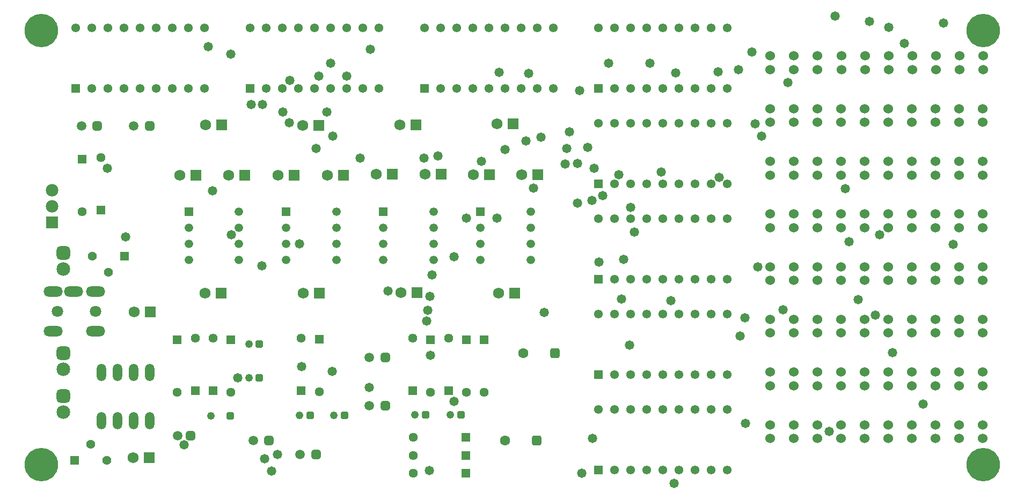
<source format=gbr>
%TF.GenerationSoftware,Altium Limited,Altium Designer,23.3.1 (30)*%
G04 Layer_Color=16711935*
%FSLAX26Y26*%
%MOIN*%
%TF.SameCoordinates,C47A0882-6911-4C93-B89A-A613C280F5D7*%
%TF.FilePolarity,Negative*%
%TF.FileFunction,Soldermask,Bot*%
%TF.Part,Single*%
G01*
G75*
%TA.AperFunction,ComponentPad*%
%ADD52C,0.060000*%
%TA.AperFunction,ViaPad*%
%ADD53C,0.208000*%
%TA.AperFunction,ComponentPad*%
%ADD54C,0.056740*%
%ADD55R,0.056740X0.056740*%
%ADD56R,0.056740X0.056740*%
%ADD57R,0.068236X0.068236*%
%ADD58C,0.068236*%
%ADD59C,0.059181*%
G04:AMPARAMS|DCode=60|XSize=59.181mil|YSize=59.181mil|CornerRadius=16.795mil|HoleSize=0mil|Usage=FLASHONLY|Rotation=0.000|XOffset=0mil|YOffset=0mil|HoleType=Round|Shape=RoundedRectangle|*
%AMROUNDEDRECTD60*
21,1,0.059181,0.025591,0,0,0.0*
21,1,0.025591,0.059181,0,0,0.0*
1,1,0.033590,0.012795,-0.012795*
1,1,0.033590,-0.012795,-0.012795*
1,1,0.033590,-0.012795,0.012795*
1,1,0.033590,0.012795,0.012795*
%
%ADD60ROUNDEDRECTD60*%
%ADD61C,0.048000*%
G04:AMPARAMS|DCode=62|XSize=48mil|YSize=48mil|CornerRadius=14mil|HoleSize=0mil|Usage=FLASHONLY|Rotation=0.000|XOffset=0mil|YOffset=0mil|HoleType=Round|Shape=RoundedRectangle|*
%AMROUNDEDRECTD62*
21,1,0.048000,0.020000,0,0,0.0*
21,1,0.020000,0.048000,0,0,0.0*
1,1,0.028000,0.010000,-0.010000*
1,1,0.028000,-0.010000,-0.010000*
1,1,0.028000,-0.010000,0.010000*
1,1,0.028000,0.010000,0.010000*
%
%ADD62ROUNDEDRECTD62*%
%ADD63C,0.063118*%
G04:AMPARAMS|DCode=64|XSize=63.118mil|YSize=63.118mil|CornerRadius=17.779mil|HoleSize=0mil|Usage=FLASHONLY|Rotation=0.000|XOffset=0mil|YOffset=0mil|HoleType=Round|Shape=RoundedRectangle|*
%AMROUNDEDRECTD64*
21,1,0.063118,0.027559,0,0,0.0*
21,1,0.027559,0.063118,0,0,0.0*
1,1,0.035559,0.013780,-0.013780*
1,1,0.035559,-0.013780,-0.013780*
1,1,0.035559,-0.013780,0.013780*
1,1,0.035559,0.013780,0.013780*
%
%ADD64ROUNDEDRECTD64*%
%ADD65R,0.052488X0.052488*%
%ADD66C,0.052488*%
%ADD67C,0.054457*%
%ADD68R,0.054457X0.054457*%
%ADD69R,0.078000X0.078000*%
%ADD70C,0.078000*%
G04:AMPARAMS|DCode=71|XSize=84.772mil|YSize=84.772mil|CornerRadius=23.193mil|HoleSize=0mil|Usage=FLASHONLY|Rotation=270.000|XOffset=0mil|YOffset=0mil|HoleType=Round|Shape=RoundedRectangle|*
%AMROUNDEDRECTD71*
21,1,0.084772,0.038386,0,0,270.0*
21,1,0.038386,0.084772,0,0,270.0*
1,1,0.046386,-0.019193,-0.019193*
1,1,0.046386,-0.019193,0.019193*
1,1,0.046386,0.019193,0.019193*
1,1,0.046386,0.019193,-0.019193*
%
%ADD71ROUNDEDRECTD71*%
%ADD72C,0.084772*%
%ADD73R,0.056110X0.056110*%
%ADD74C,0.056110*%
%ADD75O,0.058000X0.108000*%
%ADD76O,0.120000X0.064000*%
%ADD77C,0.070992*%
%TA.AperFunction,ViaPad*%
%ADD78C,0.058000*%
D52*
X5852110Y1952490D02*
D03*
Y2037490D02*
D03*
X5999000Y1952490D02*
D03*
Y2037490D02*
D03*
X5558332Y2280244D02*
D03*
Y2365244D02*
D03*
X5411444Y2280244D02*
D03*
Y2365244D02*
D03*
X5705222Y2280244D02*
D03*
Y2365244D02*
D03*
X5264556Y1952490D02*
D03*
Y2037490D02*
D03*
X5999000Y2280244D02*
D03*
Y2365244D02*
D03*
X5852110Y2280244D02*
D03*
Y2365244D02*
D03*
X5558332Y1952490D02*
D03*
Y2037490D02*
D03*
X5411444Y1952490D02*
D03*
Y2037490D02*
D03*
X5705222Y1952490D02*
D03*
Y2037490D02*
D03*
X5264556Y2280244D02*
D03*
Y2365244D02*
D03*
X5558332Y1296976D02*
D03*
Y1381976D02*
D03*
X5705222Y1296976D02*
D03*
Y1381976D02*
D03*
X5852110Y1296976D02*
D03*
Y1381976D02*
D03*
X5999000Y1296976D02*
D03*
Y1381976D02*
D03*
X5411444Y1296976D02*
D03*
Y1381976D02*
D03*
X5852110Y1624732D02*
D03*
Y1709732D02*
D03*
X5999000Y1624732D02*
D03*
Y1709732D02*
D03*
X5264556Y1624732D02*
D03*
Y1709732D02*
D03*
X5411444Y1624732D02*
D03*
Y1709732D02*
D03*
X5705222Y1624732D02*
D03*
Y1709732D02*
D03*
X5558332Y1624732D02*
D03*
Y1709732D02*
D03*
X5411444Y313712D02*
D03*
Y398712D02*
D03*
X4679000Y2693000D02*
D03*
Y2608000D02*
D03*
X5413444Y2693000D02*
D03*
Y2608000D02*
D03*
X5264556Y1296976D02*
D03*
Y1381976D02*
D03*
X5266556Y2693000D02*
D03*
Y2608000D02*
D03*
X4972778Y2693000D02*
D03*
Y2608000D02*
D03*
X5119666Y2693000D02*
D03*
Y2608000D02*
D03*
X5264556Y641466D02*
D03*
Y726466D02*
D03*
X4823888Y2280244D02*
D03*
Y2365244D02*
D03*
X4970778Y2280244D02*
D03*
Y2365244D02*
D03*
X5117666Y2280244D02*
D03*
Y2365244D02*
D03*
X4825888Y2693000D02*
D03*
Y2608000D02*
D03*
X5854110Y2693000D02*
D03*
Y2608000D02*
D03*
X5707222Y2693000D02*
D03*
Y2608000D02*
D03*
X5560332Y2693000D02*
D03*
Y2608000D02*
D03*
X6001000Y2693000D02*
D03*
Y2608000D02*
D03*
X5264556Y313712D02*
D03*
Y398712D02*
D03*
X5852110Y313712D02*
D03*
Y398712D02*
D03*
X5705222Y313712D02*
D03*
Y398712D02*
D03*
X5558332Y313712D02*
D03*
Y398712D02*
D03*
X5264556Y969222D02*
D03*
Y1054222D02*
D03*
X5558332Y969222D02*
D03*
Y1054222D02*
D03*
X5705222Y969222D02*
D03*
Y1054222D02*
D03*
X5411444Y969222D02*
D03*
Y1054222D02*
D03*
X5999000Y398712D02*
D03*
Y313712D02*
D03*
X5852110Y641466D02*
D03*
Y726466D02*
D03*
X5999000Y641466D02*
D03*
Y726466D02*
D03*
X5411444Y641466D02*
D03*
Y726466D02*
D03*
X5705222Y641466D02*
D03*
Y726466D02*
D03*
X5558332Y641466D02*
D03*
Y726466D02*
D03*
X5852110Y969222D02*
D03*
Y1054222D02*
D03*
X4677000Y2280244D02*
D03*
Y2365244D02*
D03*
X5999000Y969222D02*
D03*
Y1054222D02*
D03*
X4677000Y313712D02*
D03*
Y398712D02*
D03*
X4823888Y641466D02*
D03*
Y726466D02*
D03*
X4677000Y641466D02*
D03*
Y726466D02*
D03*
X4823888Y313712D02*
D03*
Y398712D02*
D03*
X4677000Y969222D02*
D03*
Y1054222D02*
D03*
X5117666Y969222D02*
D03*
Y1054222D02*
D03*
X4677000Y1296976D02*
D03*
Y1381976D02*
D03*
X4970778Y1296976D02*
D03*
Y1381976D02*
D03*
X5117666Y1296976D02*
D03*
Y1381976D02*
D03*
X4970778Y969222D02*
D03*
Y1054222D02*
D03*
X4823888Y1296976D02*
D03*
Y1381976D02*
D03*
Y969222D02*
D03*
Y1054222D02*
D03*
X4677000Y1624732D02*
D03*
Y1709732D02*
D03*
X4823888Y1952490D02*
D03*
Y2037490D02*
D03*
Y1624732D02*
D03*
Y1709732D02*
D03*
X4677000Y1952490D02*
D03*
Y2037490D02*
D03*
X4970778Y313712D02*
D03*
Y398712D02*
D03*
Y641466D02*
D03*
Y726466D02*
D03*
X5117666Y641466D02*
D03*
Y726466D02*
D03*
Y313712D02*
D03*
Y398712D02*
D03*
Y1624732D02*
D03*
Y1709732D02*
D03*
X4970778Y1952490D02*
D03*
Y2037490D02*
D03*
Y1624732D02*
D03*
Y1709732D02*
D03*
X5117666Y1952490D02*
D03*
Y2037490D02*
D03*
D53*
X150000Y150000D02*
D03*
Y2850000D02*
D03*
X6000000Y150000D02*
D03*
Y2850000D02*
D03*
D54*
X1107000Y938228D02*
D03*
X2461771Y97000D02*
D03*
Y209000D02*
D03*
Y320000D02*
D03*
X1878000Y602772D02*
D03*
X1766000Y938230D02*
D03*
X1329000Y601772D02*
D03*
X1218000Y938228D02*
D03*
X996000Y601772D02*
D03*
X522000Y2060228D02*
D03*
X406000Y1723772D02*
D03*
X2458000Y938228D02*
D03*
X2569000Y601772D02*
D03*
X2902000D02*
D03*
X2680000Y938230D02*
D03*
X2791000Y601772D02*
D03*
D55*
X1107000Y611772D02*
D03*
X1878000Y929230D02*
D03*
X1766000Y611772D02*
D03*
X1329000Y928228D02*
D03*
X1218000Y611772D02*
D03*
X996000Y928228D02*
D03*
X522000Y1733772D02*
D03*
X406000Y2050228D02*
D03*
X2458000Y611772D02*
D03*
X2569000Y928228D02*
D03*
X2902000Y928230D02*
D03*
X2680000Y611772D02*
D03*
X2791000Y928230D02*
D03*
D56*
X2788227Y97000D02*
D03*
Y209000D02*
D03*
X2788229Y320000D02*
D03*
D57*
X3081126Y2269330D02*
D03*
X3236124Y1955330D02*
D03*
X2935126D02*
D03*
X1876126Y2260330D02*
D03*
X1722126Y1949330D02*
D03*
X2332126Y1956330D02*
D03*
X2027124Y1949330D02*
D03*
X1416126Y1950330D02*
D03*
X1110126D02*
D03*
X1271126Y2264330D02*
D03*
X2477126Y2265330D02*
D03*
X2636126Y1956330D02*
D03*
X3091000Y1216000D02*
D03*
X2485002Y1220000D02*
D03*
X1878000Y1218000D02*
D03*
X1268000Y1216000D02*
D03*
X821000Y195000D02*
D03*
X829000Y1100000D02*
D03*
D58*
X2981126Y2269330D02*
D03*
X3136124Y1955330D02*
D03*
X2835126D02*
D03*
X1776126Y2260330D02*
D03*
X1622126Y1949330D02*
D03*
X2232126Y1956330D02*
D03*
X1927124Y1949330D02*
D03*
X1316126Y1950330D02*
D03*
X1010126D02*
D03*
X1171126Y2264330D02*
D03*
X2377126Y2265330D02*
D03*
X2536126Y1956330D02*
D03*
X2991000Y1216000D02*
D03*
X2385002Y1220000D02*
D03*
X1778000Y1218000D02*
D03*
X1168000Y1216000D02*
D03*
X721000Y195000D02*
D03*
X729000Y1100000D02*
D03*
D59*
X724788Y2259000D02*
D03*
X2188788Y517000D02*
D03*
X2188786Y818000D02*
D03*
X1466788Y300000D02*
D03*
X1757788Y214000D02*
D03*
X399788Y2259000D02*
D03*
X998630Y332000D02*
D03*
D60*
X823212Y2259000D02*
D03*
X2287212Y517000D02*
D03*
Y818000D02*
D03*
X1565212Y300000D02*
D03*
X1856212Y214000D02*
D03*
X498212Y2259000D02*
D03*
X1077370Y332000D02*
D03*
D61*
X2691000Y460000D02*
D03*
X2472000D02*
D03*
X1754000Y456000D02*
D03*
X1967000D02*
D03*
X1440000Y691000D02*
D03*
Y901000D02*
D03*
X1205000Y454000D02*
D03*
D62*
X2757000Y460000D02*
D03*
X2538000D02*
D03*
X1820000Y456000D02*
D03*
X2033000D02*
D03*
X1506000Y691000D02*
D03*
Y901000D02*
D03*
X1325000Y454000D02*
D03*
D63*
X3145574Y845000D02*
D03*
X3031574Y300000D02*
D03*
D64*
X3342426Y845000D02*
D03*
X3228426Y300000D02*
D03*
D65*
X2878700Y1725000D02*
D03*
X2274700D02*
D03*
X1670700D02*
D03*
X1066700D02*
D03*
D66*
X2878700Y1625000D02*
D03*
Y1525000D02*
D03*
Y1425000D02*
D03*
X3191300D02*
D03*
Y1525000D02*
D03*
Y1625000D02*
D03*
Y1725000D02*
D03*
X2587298D02*
D03*
Y1625000D02*
D03*
Y1525000D02*
D03*
Y1425000D02*
D03*
X2274700D02*
D03*
Y1525000D02*
D03*
Y1625000D02*
D03*
X1983298Y1725000D02*
D03*
Y1625000D02*
D03*
Y1525000D02*
D03*
Y1425000D02*
D03*
X1670700D02*
D03*
Y1525000D02*
D03*
Y1625000D02*
D03*
X1379300Y1725000D02*
D03*
Y1625000D02*
D03*
Y1525000D02*
D03*
Y1425000D02*
D03*
X1066700D02*
D03*
Y1525000D02*
D03*
Y1625000D02*
D03*
D67*
X3612000Y2273998D02*
D03*
X3712000D02*
D03*
X3812000D02*
D03*
X3912000D02*
D03*
X4012000D02*
D03*
X4112000D02*
D03*
X4212000D02*
D03*
X4312000D02*
D03*
X4412000D02*
D03*
Y1898998D02*
D03*
X4312000D02*
D03*
X4212000D02*
D03*
X4112000D02*
D03*
X4012000D02*
D03*
X3912000D02*
D03*
X3812000D02*
D03*
X3712000D02*
D03*
X3612000Y1680500D02*
D03*
X3712000D02*
D03*
X3812000D02*
D03*
X3912000D02*
D03*
X4012000D02*
D03*
X4112000D02*
D03*
X4212000D02*
D03*
X4312000D02*
D03*
X4412000D02*
D03*
Y1305500D02*
D03*
X4312000D02*
D03*
X4212000D02*
D03*
X4112000D02*
D03*
X4012000D02*
D03*
X3912000D02*
D03*
X3812000D02*
D03*
X3712000D02*
D03*
X3612000Y2867500D02*
D03*
X3712000D02*
D03*
X3812000D02*
D03*
X3912000D02*
D03*
X4012000D02*
D03*
X4112000D02*
D03*
X4212000D02*
D03*
X4312000D02*
D03*
X4412000D02*
D03*
Y2492500D02*
D03*
X4312000D02*
D03*
X4212000D02*
D03*
X4112000D02*
D03*
X4012000D02*
D03*
X3912000D02*
D03*
X3812000D02*
D03*
X3712000D02*
D03*
X2529666Y2867500D02*
D03*
X2629666D02*
D03*
X2729666D02*
D03*
X2829666D02*
D03*
X2929666D02*
D03*
X3029666D02*
D03*
X3129666D02*
D03*
X3229666D02*
D03*
X3329666D02*
D03*
Y2492500D02*
D03*
X3229666D02*
D03*
X3129666D02*
D03*
X3029666D02*
D03*
X2929666D02*
D03*
X2829666D02*
D03*
X2729666D02*
D03*
X2629666D02*
D03*
X365000Y2867500D02*
D03*
X465000D02*
D03*
X565000D02*
D03*
X665000D02*
D03*
X765000D02*
D03*
X865000D02*
D03*
X965000D02*
D03*
X1065000D02*
D03*
X1165000D02*
D03*
Y2492500D02*
D03*
X1065000D02*
D03*
X965000D02*
D03*
X865000D02*
D03*
X765000D02*
D03*
X665000D02*
D03*
X565000D02*
D03*
X465000D02*
D03*
X3712000Y712000D02*
D03*
X3812000D02*
D03*
X3912000D02*
D03*
X4012000D02*
D03*
X4112000D02*
D03*
X4212000D02*
D03*
X4312000D02*
D03*
X4412000D02*
D03*
Y1087000D02*
D03*
X4312000D02*
D03*
X4212000D02*
D03*
X4112000D02*
D03*
X4012000D02*
D03*
X3912000D02*
D03*
X3812000D02*
D03*
X3712000D02*
D03*
X3612000D02*
D03*
X1447334Y2867500D02*
D03*
X1547334D02*
D03*
X1647334D02*
D03*
X1747334D02*
D03*
X1847334D02*
D03*
X1947334D02*
D03*
X2047334D02*
D03*
X2147334D02*
D03*
X2247334D02*
D03*
Y2492500D02*
D03*
X2147334D02*
D03*
X2047334D02*
D03*
X1947334D02*
D03*
X1847334D02*
D03*
X1747334D02*
D03*
X1647334D02*
D03*
X1547334D02*
D03*
X3612000Y493500D02*
D03*
X3712000D02*
D03*
X3812000D02*
D03*
X3912000D02*
D03*
X4012000D02*
D03*
X4112000D02*
D03*
X4212000D02*
D03*
X4312000D02*
D03*
X4412000D02*
D03*
Y118500D02*
D03*
X4312000D02*
D03*
X4212000D02*
D03*
X4112000D02*
D03*
X4012000D02*
D03*
X3912000D02*
D03*
X3812000D02*
D03*
X3712000D02*
D03*
D68*
X3612000Y1898998D02*
D03*
Y1305500D02*
D03*
Y2492500D02*
D03*
X2529666D02*
D03*
X365000D02*
D03*
X3612000Y712000D02*
D03*
X1447334Y2492500D02*
D03*
X3612000Y118500D02*
D03*
D69*
X219000Y1657000D02*
D03*
D70*
Y1857000D02*
D03*
Y1757000D02*
D03*
D71*
X287000Y1468000D02*
D03*
X287934Y577000D02*
D03*
Y845858D02*
D03*
D72*
X287000Y1368000D02*
D03*
X287934Y477000D02*
D03*
Y745858D02*
D03*
D73*
X357000Y178000D02*
D03*
X667000Y1449000D02*
D03*
D74*
X457000Y278000D02*
D03*
X557000Y178000D02*
D03*
X467000Y1449000D02*
D03*
X567000Y1349000D02*
D03*
D75*
X526000Y424000D02*
D03*
X626000D02*
D03*
X526000Y724000D02*
D03*
X626000D02*
D03*
X826000Y424000D02*
D03*
X726000D02*
D03*
Y724000D02*
D03*
X826000D02*
D03*
D76*
X224488Y1228016D02*
D03*
Y979984D02*
D03*
X488268Y1228016D02*
D03*
Y979984D02*
D03*
X350472Y1228016D02*
D03*
D77*
X252048Y1104000D02*
D03*
X488268D02*
D03*
D78*
X4481000Y2607000D02*
D03*
X4625000Y2194000D02*
D03*
X4353000Y2594000D02*
D03*
X1691000Y2277000D02*
D03*
X4002000Y1970000D02*
D03*
X1582000Y112000D02*
D03*
X3273000Y1097000D02*
D03*
X1538000Y189000D02*
D03*
X5331963Y1079963D02*
D03*
X3482000Y1776000D02*
D03*
X3480000Y2023000D02*
D03*
X3583000Y1994000D02*
D03*
X3404000Y2020000D02*
D03*
X2304000Y1230000D02*
D03*
X1331000Y1580000D02*
D03*
X2566000Y1196000D02*
D03*
X1961000Y2194000D02*
D03*
X1371000Y690000D02*
D03*
X1650000Y2344000D02*
D03*
X2714000Y544000D02*
D03*
X4080000Y34000D02*
D03*
X3509000Y98000D02*
D03*
X2562000Y113000D02*
D03*
X1520000Y1387000D02*
D03*
X1755000Y1525000D02*
D03*
X2188786Y630214D02*
D03*
X2981000Y1684000D02*
D03*
X3930000Y2648000D02*
D03*
X3675000D02*
D03*
X2716000Y1445000D02*
D03*
X676000Y1567000D02*
D03*
X2578000Y1330000D02*
D03*
X3575000Y315000D02*
D03*
X5225000Y1177000D02*
D03*
X4521000Y1065000D02*
D03*
X4525000Y407000D02*
D03*
X5080000Y2940000D02*
D03*
X5413444Y2870604D02*
D03*
X5293000Y2909000D02*
D03*
X1329106Y2703394D02*
D03*
X5755000Y2898000D02*
D03*
X1526000Y2391000D02*
D03*
X1456000Y2392000D02*
D03*
X1696000Y2540000D02*
D03*
X1923000Y2344000D02*
D03*
X3616000Y1411000D02*
D03*
X5168000Y1538000D02*
D03*
X4062000Y1172230D02*
D03*
X4758000Y1114000D02*
D03*
X3162246Y2165000D02*
D03*
X3545000Y2124000D02*
D03*
X3415000Y2117000D02*
D03*
X3430000Y2220000D02*
D03*
X3569576Y1793000D02*
D03*
X3810000Y1751000D02*
D03*
X1038000Y273000D02*
D03*
X1767000Y761000D02*
D03*
X1618000Y213000D02*
D03*
X1949000Y2647000D02*
D03*
X2569000Y831000D02*
D03*
X1957000Y732000D02*
D03*
X4490000Y951000D02*
D03*
X1858000Y2117000D02*
D03*
X2994000Y2592000D02*
D03*
X3209000Y1871000D02*
D03*
X3493000Y2476000D02*
D03*
X1873000Y2567000D02*
D03*
X3805000Y894000D02*
D03*
X5436798Y848000D02*
D03*
X5627000Y527000D02*
D03*
X560000Y1995000D02*
D03*
X3755000Y1181000D02*
D03*
X3179000Y2585000D02*
D03*
X4091000Y2587000D02*
D03*
X4362000Y1936000D02*
D03*
X5144000Y1866000D02*
D03*
X4600000Y1380000D02*
D03*
X4585000Y2272000D02*
D03*
X3256000Y2189000D02*
D03*
X5813000Y1521000D02*
D03*
X4564000Y2719000D02*
D03*
X2195120Y2735000D02*
D03*
X1188000Y2752000D02*
D03*
X2792000Y1684000D02*
D03*
X2551000Y1112000D02*
D03*
X1213000Y1855000D02*
D03*
X3637000Y1824000D02*
D03*
X5044000Y359000D02*
D03*
X3031000Y2112000D02*
D03*
X2613000Y2072000D02*
D03*
X2527000Y2057000D02*
D03*
X2131000D02*
D03*
X5358000Y1582000D02*
D03*
X3834000Y1597000D02*
D03*
X3767000Y1426000D02*
D03*
X2885000Y2038000D02*
D03*
X2543000Y1044000D02*
D03*
X2047334Y2567666D02*
D03*
X4789022Y2527000D02*
D03*
X5511000Y2772000D02*
D03*
X3737000Y1955000D02*
D03*
%TF.MD5,a31d3e5cc16abf5df7bacd260925d5a5*%
M02*

</source>
